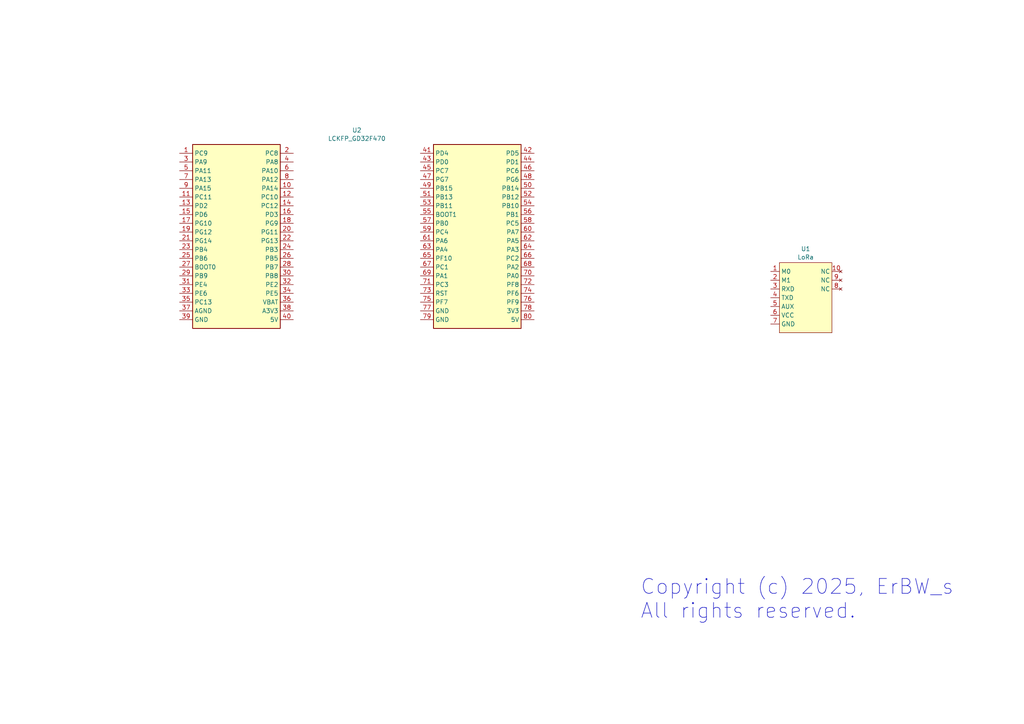
<source format=kicad_sch>
(kicad_sch (version 20231120) (generator "eeschema") (generator_version "8.0")
  (paper "A4")
  (lib_symbols
    (symbol "ErBW_s:L33_433UD22S"
      (property "Reference" "U" (at 0 13.716 0))
      (property "Value" "LoRa" (at 0 11.684 0))
      (symbol "L33_433UD22S_1_1"
        (rectangle (start -7.62 10.16) (end 7.62 -10.16) (fill (type background)))
        (pin passive line (at -10.16 7.62 0) (length 2.54) (name "M0") (number "1"))
        (pin no_connect line (at 10.16 7.62 180) (length 2.54) (name "NC") (number "10"))
        (pin passive line (at -10.16 5.08 0) (length 2.54) (name "M1") (number "2"))
        (pin passive line (at -10.16 2.54 0) (length 2.54) (name "RXD") (number "3"))
        (pin passive line (at -10.16 0 0) (length 2.54) (name "TXD") (number "4"))
        (pin passive line (at -10.16 -2.54 0) (length 2.54) (name "AUX") (number "5"))
        (pin passive line (at -10.16 -5.08 0) (length 2.54) (name "VCC") (number "6"))
        (pin passive line (at -10.16 -7.62 0) (length 2.54) (name "GND") (number "7"))
        (pin no_connect line (at 10.16 2.54 180) (length 2.54) (name "NC") (number "8"))
        (pin no_connect line (at 10.16 5.08 180) (length 2.54) (name "NC") (number "9"))
      )
    )
    (symbol "ErBW_s:LCKFB_GD32F470"
      (property "Reference" "U" (at 0 30.48 0))
      (property "Value" "LCKFP_GD32F470" (at 0 28.448 0))
      (symbol "LCKFB_GD32F470_1_0"
        (rectangle (start -45.72 26.67) (end -20.32 -26.67) (stroke (width 0.254)) (fill (type background)))
        (rectangle (start 24.13 26.67) (end 49.53 -26.67) (stroke (width 0.254)) (fill (type background)))
      )
      (symbol "LCKFB_GD32F470_1_1"
        (pin passive line (at -49.53 24.13 0) (length 3.81) (name "PC9") (number "1"))
        (pin passive line (at -16.51 13.97 180) (length 3.81) (name "PA14") (number "10"))
        (pin passive line (at -49.53 11.43 0) (length 3.81) (name "PC11") (number "11"))
        (pin passive line (at -16.51 11.43 180) (length 3.81) (name "PC10") (number "12"))
        (pin passive line (at -49.53 8.89 0) (length 3.81) (name "PD2") (number "13"))
        (pin passive line (at -16.51 8.89 180) (length 3.81) (name "PC12") (number "14"))
        (pin passive line (at -49.53 6.35 0) (length 3.81) (name "PD6") (number "15"))
        (pin passive line (at -16.51 6.35 180) (length 3.81) (name "PD3") (number "16"))
        (pin passive line (at -49.53 3.81 0) (length 3.81) (name "PG10") (number "17"))
        (pin passive line (at -16.51 3.81 180) (length 3.81) (name "PG9") (number "18"))
        (pin passive line (at -49.53 1.27 0) (length 3.81) (name "PG12") (number "19"))
        (pin passive line (at -16.51 24.13 180) (length 3.81) (name "PC8") (number "2"))
        (pin passive line (at -16.51 1.27 180) (length 3.81) (name "PG11") (number "20"))
        (pin passive line (at -49.53 -1.27 0) (length 3.81) (name "PG14") (number "21"))
        (pin passive line (at -16.51 -1.27 180) (length 3.81) (name "PG13") (number "22"))
        (pin passive line (at -49.53 -3.81 0) (length 3.81) (name "PB4") (number "23"))
        (pin passive line (at -16.51 -3.81 180) (length 3.81) (name "PB3") (number "24"))
        (pin passive line (at -49.53 -6.35 0) (length 3.81) (name "PB6") (number "25"))
        (pin passive line (at -16.51 -6.35 180) (length 3.81) (name "PB5") (number "26"))
        (pin passive line (at -49.53 -8.89 0) (length 3.81) (name "BOOT0") (number "27"))
        (pin passive line (at -16.51 -8.89 180) (length 3.81) (name "PB7") (number "28"))
        (pin passive line (at -49.53 -11.43 0) (length 3.81) (name "PB9") (number "29"))
        (pin passive line (at -49.53 21.59 0) (length 3.81) (name "PA9") (number "3"))
        (pin passive line (at -16.51 -11.43 180) (length 3.81) (name "PB8") (number "30"))
        (pin passive line (at -49.53 -13.97 0) (length 3.81) (name "PE4") (number "31"))
        (pin passive line (at -16.51 -13.97 180) (length 3.81) (name "PE2") (number "32"))
        (pin passive line (at -49.53 -16.51 0) (length 3.81) (name "PE6") (number "33"))
        (pin passive line (at -16.51 -16.51 180) (length 3.81) (name "PE5") (number "34"))
        (pin passive line (at -49.53 -19.05 0) (length 3.81) (name "PC13") (number "35"))
        (pin passive line (at -16.51 -19.05 180) (length 3.81) (name "VBAT") (number "36"))
        (pin passive line (at -49.53 -21.59 0) (length 3.81) (name "AGND") (number "37"))
        (pin passive line (at -16.51 -21.59 180) (length 3.81) (name "A3V3") (number "38"))
        (pin passive line (at -49.53 -24.13 0) (length 3.81) (name "GND") (number "39"))
        (pin passive line (at -16.51 21.59 180) (length 3.81) (name "PA8") (number "4"))
        (pin passive line (at -16.51 -24.13 180) (length 3.81) (name "5V") (number "40"))
        (pin passive line (at 20.32 24.13 0) (length 3.81) (name "PD4") (number "41"))
        (pin passive line (at 53.34 24.13 180) (length 3.81) (name "PD5") (number "42"))
        (pin passive line (at 20.32 21.59 0) (length 3.81) (name "PD0") (number "43"))
        (pin passive line (at 53.34 21.59 180) (length 3.81) (name "PD1") (number "44"))
        (pin passive line (at 20.32 19.05 0) (length 3.81) (name "PC7") (number "45"))
        (pin passive line (at 53.34 19.05 180) (length 3.81) (name "PC6") (number "46"))
        (pin passive line (at 20.32 16.51 0) (length 3.81) (name "PG7") (number "47"))
        (pin passive line (at 53.34 16.51 180) (length 3.81) (name "PG6") (number "48"))
        (pin passive line (at 20.32 13.97 0) (length 3.81) (name "PB15") (number "49"))
        (pin passive line (at -49.53 19.05 0) (length 3.81) (name "PA11") (number "5"))
        (pin passive line (at 53.34 13.97 180) (length 3.81) (name "PB14") (number "50"))
        (pin passive line (at 20.32 11.43 0) (length 3.81) (name "PB13") (number "51"))
        (pin passive line (at 53.34 11.43 180) (length 3.81) (name "PB12") (number "52"))
        (pin passive line (at 20.32 8.89 0) (length 3.81) (name "PB11") (number "53"))
        (pin passive line (at 53.34 8.89 180) (length 3.81) (name "PB10") (number "54"))
        (pin passive line (at 20.32 6.35 0) (length 3.81) (name "BOOT1") (number "55"))
        (pin passive line (at 53.34 6.35 180) (length 3.81) (name "PB1") (number "56"))
        (pin passive line (at 20.32 3.81 0) (length 3.81) (name "PB0") (number "57"))
        (pin passive line (at 53.34 3.81 180) (length 3.81) (name "PC5") (number "58"))
        (pin passive line (at 20.32 1.27 0) (length 3.81) (name "PC4") (number "59"))
        (pin passive line (at -16.51 19.05 180) (length 3.81) (name "PA10") (number "6"))
        (pin passive line (at 53.34 1.27 180) (length 3.81) (name "PA7") (number "60"))
        (pin passive line (at 20.32 -1.27 0) (length 3.81) (name "PA6") (number "61"))
        (pin passive line (at 53.34 -1.27 180) (length 3.81) (name "PA5") (number "62"))
        (pin passive line (at 20.32 -3.81 0) (length 3.81) (name "PA4") (number "63"))
        (pin passive line (at 53.34 -3.81 180) (length 3.81) (name "PA3") (number "64"))
        (pin passive line (at 20.32 -6.35 0) (length 3.81) (name "PF10") (number "65"))
        (pin passive line (at 53.34 -6.35 180) (length 3.81) (name "PC2") (number "66"))
        (pin passive line (at 20.32 -8.89 0) (length 3.81) (name "PC1") (number "67"))
        (pin passive line (at 53.34 -8.89 180) (length 3.81) (name "PA2") (number "68"))
        (pin passive line (at 20.32 -11.43 0) (length 3.81) (name "PA1") (number "69"))
        (pin passive line (at -49.53 16.51 0) (length 3.81) (name "PA13") (number "7"))
        (pin passive line (at 53.34 -11.43 180) (length 3.81) (name "PA0") (number "70"))
        (pin passive line (at 20.32 -13.97 0) (length 3.81) (name "PC3") (number "71"))
        (pin passive line (at 53.34 -13.97 180) (length 3.81) (name "PF8") (number "72"))
        (pin passive line (at 20.32 -16.51 0) (length 3.81) (name "RST") (number "73"))
        (pin passive line (at 53.34 -16.51 180) (length 3.81) (name "PF6") (number "74"))
        (pin passive line (at 20.32 -19.05 0) (length 3.81) (name "PF7") (number "75"))
        (pin passive line (at 53.34 -19.05 180) (length 3.81) (name "PF9") (number "76"))
        (pin passive line (at 20.32 -21.59 0) (length 3.81) (name "GND") (number "77"))
        (pin passive line (at 53.34 -21.59 180) (length 3.81) (name "3V3") (number "78"))
        (pin passive line (at 20.32 -24.13 0) (length 3.81) (name "GND") (number "79"))
        (pin passive line (at -16.51 16.51 180) (length 3.81) (name "PA12") (number "8"))
        (pin passive line (at 53.34 -24.13 180) (length 3.81) (name "5V") (number "80"))
        (pin passive line (at -49.53 13.97 0) (length 3.81) (name "PA15") (number "9"))
      )
    )
  )
  (text "Copyright (c) 2025, ErBW_s\nAll rights reserved." (at 185.674 179.832 0) (effects (font (size 4.318 4.318)) (justify left bottom)))
  (symbol (lib_id "ErBW_s:L33_433UD22S") (at 233.68 86.36 0) (unit 1)
    (property "Reference" "U1" (at 233.68 72.1825 0))
    (property "Value" "LoRa" (at 233.68 74.6068 0))
    (property "Footprint" "ErBW_s:L33_433UD22S" (effects (hide yes)))
  )
  (symbol (lib_id "ErBW_s:LCKFB_GD32F470") (at 101.6 68.58 0) (unit 1)
    (property "Reference" "U2" (at 103.505 37.7655 0))
    (property "Value" "LCKFP_GD32F470" (at 103.505 40.1898 0))
    (property "Footprint" "ErBW_s:LCKFB_GD32F470" (effects (hide yes)))
  )
)
</source>
